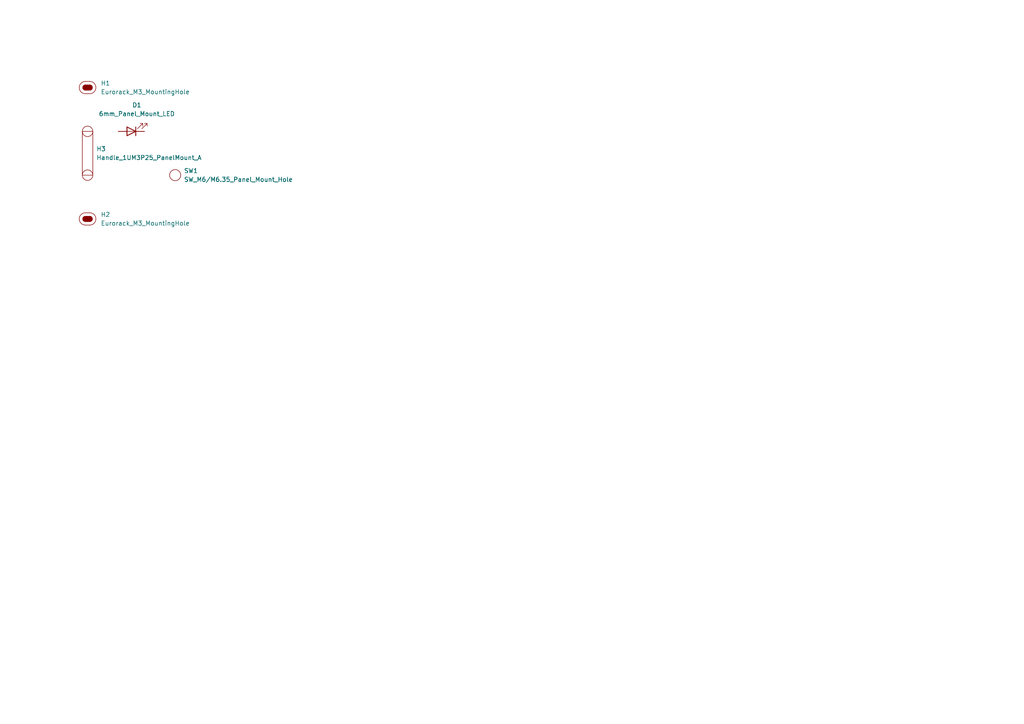
<source format=kicad_sch>
(kicad_sch (version 20250114) (generator "eeschema") (generator_version "9.0")
  (paper "A4")
  (lib_symbols
    (symbol "EXC:6mm_Panel_Mount_LED" (pin_numbers (hide yes)) (pin_names (offset 1.016) (hide yes))
      (property "Reference" "D" (at 0 2.54 0))
      (property "Value" "6mm_Panel_Mount_LED" (at 0 -3.556 0))
      (symbol "6mm_Panel_Mount_LED_0_1"
        (polyline (pts (xy -1.27 1.27) (xy -1.27 -1.27) (xy 1.27 0) (xy -1.27 1.27)) (stroke (width 0.254)))
        (polyline (pts (xy 1.27 1.27) (xy 1.27 -1.27)) (stroke (width 0.254)))
        (polyline (pts (xy 1.27 0) (xy -1.27 0)))
        (polyline (pts (xy 1.778 0.762) (xy 3.302 2.286) (xy 2.54 2.286) (xy 3.302 2.286) (xy 3.302 1.524)))
        (polyline (pts (xy 3.048 0.762) (xy 4.572 2.286) (xy 3.81 2.286) (xy 4.572 2.286) (xy 4.572 1.524)))
      )
      (symbol "6mm_Panel_Mount_LED_1_1"
        (pin passive line (at -3.81 0 0) (length 2.54) (name "A") (number "2"))
        (pin passive line (at 3.81 0 180) (length 2.54) (name "K") (number "1"))
      )
    )
    (symbol "EXC:Eurorack_M3_MountingHole" (pin_names (offset 1.016))
      (property "Reference" "H" (at 0 5.08 0))
      (property "Value" "Eurorack_M3_MountingHole" (at 0 3.175 0))
      (symbol "Eurorack_M3_MountingHole_0_1"
        (polyline (pts (xy -0.635 0.762) (xy 0.635 0.762)))
        (circle (center -0.635 0) (radius 0.762) (fill (type outline)))
        (arc (start -0.635 -0.762) (mid -1.397 0) (end -0.635 0.762))
        (arc (start -0.635 -1.778) (mid -2.413 0) (end -0.635 1.778))
        (polyline (pts (xy -0.635 -0.762) (xy 0.635 -0.762)))
        (polyline (pts (xy -0.635 -1.778) (xy 0.635 -1.778)))
        (circle (center 0 0) (radius 0.762) (fill (type outline)))
        (polyline (pts (xy 0.635 1.778) (xy -0.635 1.778)))
        (arc (start 0.6141 1.778) (mid 2.4131 0) (end 0.6141 -1.778))
        (arc (start 0.6227 0.762) (mid 1.3971 0) (end 0.6227 -0.762))
        (circle (center 0.635 0) (radius 0.762) (fill (type outline)))
      )
    )
    (symbol "EXC:Handle_1UM3P25_A"
      (property "Reference" "H" (at 0 -6.35 0))
      (property "Value" "Handle_1UM3P25_PanelMount_A" (at 0.254 -17.018 0))
      (symbol "Handle_1UM3P25_A_0_1"
        (rectangle (start -1.524 0) (end 1.524 -12.7))
        (circle (center 0 0) (radius 1.524))
        (circle (center 0 -12.7) (radius 1.524))
      )
    )
    (symbol "EXC:SW_M6/6.35_Panel_Mount_Hole" (pin_names (offset 0) (hide yes))
      (property "Reference" "SW" (at 0 3.175 0))
      (property "Value" "SW_M6/M6.35_Panel_Mount_Hole" (at 0 -2.794 0))
      (symbol "SW_M6/6.35_Panel_Mount_Hole_0_0"
        (circle (center 0 0) (radius 1.6129))
      )
    )
  )
  (symbol (lib_id "EXC:6mm_Panel_Mount_LED") (at 38.1 38.1 0) (unit 1)
    (property "Reference" "D1" (at 39.6875 30.48 0))
    (property "Value" "6mm_Panel_Mount_LED" (at 39.6875 33.02 0))
    (property "Footprint" "EXC:6mm_Panel_Mount_LED" (effects (hide yes)))
    (property "Description" "Light emitting diode" (effects (hide yes)))
  )
  (symbol (lib_id "EXC:Handle_1UM3P25_A") (at 25.4 38.1 0) (unit 1)
    (property "Reference" "H3" (at 27.94 43.1799 0) (effects (justify left)))
    (property "Value" "Handle_1UM3P25_PanelMount_A" (at 27.94 45.7199 0) (effects (justify left)))
    (property "Footprint" "EXC:Handle_1UM3P25_A" (effects (hide yes)))
  )
  (symbol (lib_id "EXC:Eurorack_M3_MountingHole") (at 25.4 25.4 0) (unit 1)
    (property "Reference" "H1" (at 29.21 24.1299 0) (effects (justify left)))
    (property "Value" "Eurorack_M3_MountingHole" (at 29.21 26.6699 0) (effects (justify left)))
    (property "Footprint" "EXC:MountingHole_3.2mm_M3" (effects (hide yes)))
    (property "Description" "Mounting Hole without connection" (effects (hide yes)))
  )
  (symbol (lib_id "EXC:SW_M6/6.35_Panel_Mount_Hole") (at 50.8 50.8 0) (unit 1)
    (property "Reference" "SW1" (at 53.34 49.5299 0) (effects (justify left)))
    (property "Value" "SW_M6/M6.35_Panel_Mount_Hole" (at 53.34 52.0699 0) (effects (justify left)))
    (property "Footprint" "EXC:SW_M6-M6.35_Panel_Mount_Hole" (effects (hide yes)))
    (property "Datasheet" "https://ae01.alicdn.com/kf/S30ba4cd8ca6748179fcb108112fb1d3fP.jpg" (effects (hide yes)))
    (property "Description" "Hole for the top of the panel of the switch so it allows space for the M6-ish nut to sit inside" (effects (hide yes)))
    (property "Source" "https://www.aliexpress.com/item/4000512396094.html" (effects (hide yes)))
  )
  (symbol (lib_id "EXC:Eurorack_M3_MountingHole") (at 25.4 63.5 0) (unit 1)
    (property "Reference" "H2" (at 29.21 62.2299 0) (effects (justify left)))
    (property "Value" "Eurorack_M3_MountingHole" (at 29.21 64.7699 0) (effects (justify left)))
    (property "Footprint" "EXC:MountingHole_3.2mm_M3" (effects (hide yes)))
    (property "Description" "Mounting Hole without connection" (effects (hide yes)))
  )
)
</source>
